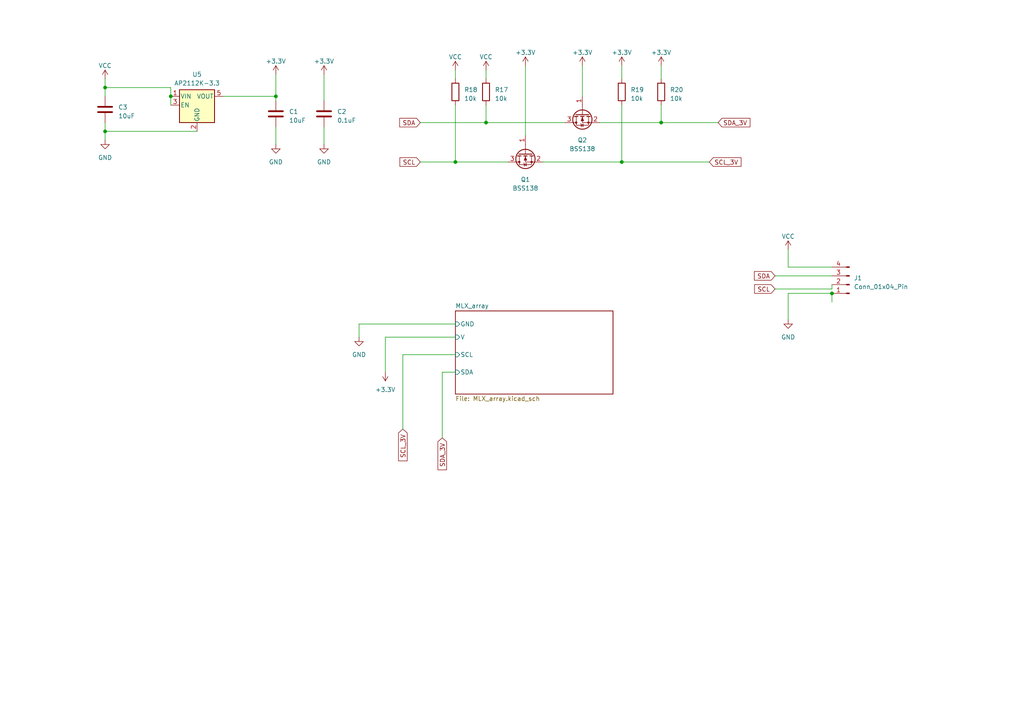
<source format=kicad_sch>
(kicad_sch (version 20230121) (generator eeschema)

  (uuid 90049901-22e3-469d-81f6-cd18efbd6063)

  (paper "A4")

  (lib_symbols
    (symbol "Connector:Conn_01x04_Pin" (pin_names (offset 1.016) hide) (in_bom yes) (on_board yes)
      (property "Reference" "J" (at 0 5.08 0)
        (effects (font (size 1.27 1.27)))
      )
      (property "Value" "Conn_01x04_Pin" (at 0 -7.62 0)
        (effects (font (size 1.27 1.27)))
      )
      (property "Footprint" "" (at 0 0 0)
        (effects (font (size 1.27 1.27)) hide)
      )
      (property "Datasheet" "~" (at 0 0 0)
        (effects (font (size 1.27 1.27)) hide)
      )
      (property "ki_locked" "" (at 0 0 0)
        (effects (font (size 1.27 1.27)))
      )
      (property "ki_keywords" "connector" (at 0 0 0)
        (effects (font (size 1.27 1.27)) hide)
      )
      (property "ki_description" "Generic connector, single row, 01x04, script generated" (at 0 0 0)
        (effects (font (size 1.27 1.27)) hide)
      )
      (property "ki_fp_filters" "Connector*:*_1x??_*" (at 0 0 0)
        (effects (font (size 1.27 1.27)) hide)
      )
      (symbol "Conn_01x04_Pin_1_1"
        (polyline
          (pts
            (xy 1.27 -5.08)
            (xy 0.8636 -5.08)
          )
          (stroke (width 0.1524) (type default))
          (fill (type none))
        )
        (polyline
          (pts
            (xy 1.27 -2.54)
            (xy 0.8636 -2.54)
          )
          (stroke (width 0.1524) (type default))
          (fill (type none))
        )
        (polyline
          (pts
            (xy 1.27 0)
            (xy 0.8636 0)
          )
          (stroke (width 0.1524) (type default))
          (fill (type none))
        )
        (polyline
          (pts
            (xy 1.27 2.54)
            (xy 0.8636 2.54)
          )
          (stroke (width 0.1524) (type default))
          (fill (type none))
        )
        (rectangle (start 0.8636 -4.953) (end 0 -5.207)
          (stroke (width 0.1524) (type default))
          (fill (type outline))
        )
        (rectangle (start 0.8636 -2.413) (end 0 -2.667)
          (stroke (width 0.1524) (type default))
          (fill (type outline))
        )
        (rectangle (start 0.8636 0.127) (end 0 -0.127)
          (stroke (width 0.1524) (type default))
          (fill (type outline))
        )
        (rectangle (start 0.8636 2.667) (end 0 2.413)
          (stroke (width 0.1524) (type default))
          (fill (type outline))
        )
        (pin passive line (at 5.08 2.54 180) (length 3.81)
          (name "Pin_1" (effects (font (size 1.27 1.27))))
          (number "1" (effects (font (size 1.27 1.27))))
        )
        (pin passive line (at 5.08 0 180) (length 3.81)
          (name "Pin_2" (effects (font (size 1.27 1.27))))
          (number "2" (effects (font (size 1.27 1.27))))
        )
        (pin passive line (at 5.08 -2.54 180) (length 3.81)
          (name "Pin_3" (effects (font (size 1.27 1.27))))
          (number "3" (effects (font (size 1.27 1.27))))
        )
        (pin passive line (at 5.08 -5.08 180) (length 3.81)
          (name "Pin_4" (effects (font (size 1.27 1.27))))
          (number "4" (effects (font (size 1.27 1.27))))
        )
      )
    )
    (symbol "Device:C" (pin_numbers hide) (pin_names (offset 0.254)) (in_bom yes) (on_board yes)
      (property "Reference" "C" (at 0.635 2.54 0)
        (effects (font (size 1.27 1.27)) (justify left))
      )
      (property "Value" "C" (at 0.635 -2.54 0)
        (effects (font (size 1.27 1.27)) (justify left))
      )
      (property "Footprint" "" (at 0.9652 -3.81 0)
        (effects (font (size 1.27 1.27)) hide)
      )
      (property "Datasheet" "~" (at 0 0 0)
        (effects (font (size 1.27 1.27)) hide)
      )
      (property "ki_keywords" "cap capacitor" (at 0 0 0)
        (effects (font (size 1.27 1.27)) hide)
      )
      (property "ki_description" "Unpolarized capacitor" (at 0 0 0)
        (effects (font (size 1.27 1.27)) hide)
      )
      (property "ki_fp_filters" "C_*" (at 0 0 0)
        (effects (font (size 1.27 1.27)) hide)
      )
      (symbol "C_0_1"
        (polyline
          (pts
            (xy -2.032 -0.762)
            (xy 2.032 -0.762)
          )
          (stroke (width 0.508) (type default))
          (fill (type none))
        )
        (polyline
          (pts
            (xy -2.032 0.762)
            (xy 2.032 0.762)
          )
          (stroke (width 0.508) (type default))
          (fill (type none))
        )
      )
      (symbol "C_1_1"
        (pin passive line (at 0 3.81 270) (length 2.794)
          (name "~" (effects (font (size 1.27 1.27))))
          (number "1" (effects (font (size 1.27 1.27))))
        )
        (pin passive line (at 0 -3.81 90) (length 2.794)
          (name "~" (effects (font (size 1.27 1.27))))
          (number "2" (effects (font (size 1.27 1.27))))
        )
      )
    )
    (symbol "Device:R" (pin_numbers hide) (pin_names (offset 0)) (in_bom yes) (on_board yes)
      (property "Reference" "R" (at 2.032 0 90)
        (effects (font (size 1.27 1.27)))
      )
      (property "Value" "R" (at 0 0 90)
        (effects (font (size 1.27 1.27)))
      )
      (property "Footprint" "" (at -1.778 0 90)
        (effects (font (size 1.27 1.27)) hide)
      )
      (property "Datasheet" "~" (at 0 0 0)
        (effects (font (size 1.27 1.27)) hide)
      )
      (property "ki_keywords" "R res resistor" (at 0 0 0)
        (effects (font (size 1.27 1.27)) hide)
      )
      (property "ki_description" "Resistor" (at 0 0 0)
        (effects (font (size 1.27 1.27)) hide)
      )
      (property "ki_fp_filters" "R_*" (at 0 0 0)
        (effects (font (size 1.27 1.27)) hide)
      )
      (symbol "R_0_1"
        (rectangle (start -1.016 -2.54) (end 1.016 2.54)
          (stroke (width 0.254) (type default))
          (fill (type none))
        )
      )
      (symbol "R_1_1"
        (pin passive line (at 0 3.81 270) (length 1.27)
          (name "~" (effects (font (size 1.27 1.27))))
          (number "1" (effects (font (size 1.27 1.27))))
        )
        (pin passive line (at 0 -3.81 90) (length 1.27)
          (name "~" (effects (font (size 1.27 1.27))))
          (number "2" (effects (font (size 1.27 1.27))))
        )
      )
    )
    (symbol "Regulator_Linear:AP2112K-3.3" (pin_names (offset 0.254)) (in_bom yes) (on_board yes)
      (property "Reference" "U" (at -5.08 5.715 0)
        (effects (font (size 1.27 1.27)) (justify left))
      )
      (property "Value" "AP2112K-3.3" (at 0 5.715 0)
        (effects (font (size 1.27 1.27)) (justify left))
      )
      (property "Footprint" "Package_TO_SOT_SMD:SOT-23-5" (at 0 8.255 0)
        (effects (font (size 1.27 1.27)) hide)
      )
      (property "Datasheet" "https://www.diodes.com/assets/Datasheets/AP2112.pdf" (at 0 2.54 0)
        (effects (font (size 1.27 1.27)) hide)
      )
      (property "ki_keywords" "linear regulator ldo fixed positive" (at 0 0 0)
        (effects (font (size 1.27 1.27)) hide)
      )
      (property "ki_description" "600mA low dropout linear regulator, with enable pin, 3.8V-6V input voltage range, 3.3V fixed positive output, SOT-23-5" (at 0 0 0)
        (effects (font (size 1.27 1.27)) hide)
      )
      (property "ki_fp_filters" "SOT?23?5*" (at 0 0 0)
        (effects (font (size 1.27 1.27)) hide)
      )
      (symbol "AP2112K-3.3_0_1"
        (rectangle (start -5.08 4.445) (end 5.08 -5.08)
          (stroke (width 0.254) (type default))
          (fill (type background))
        )
      )
      (symbol "AP2112K-3.3_1_1"
        (pin power_in line (at -7.62 2.54 0) (length 2.54)
          (name "VIN" (effects (font (size 1.27 1.27))))
          (number "1" (effects (font (size 1.27 1.27))))
        )
        (pin power_in line (at 0 -7.62 90) (length 2.54)
          (name "GND" (effects (font (size 1.27 1.27))))
          (number "2" (effects (font (size 1.27 1.27))))
        )
        (pin input line (at -7.62 0 0) (length 2.54)
          (name "EN" (effects (font (size 1.27 1.27))))
          (number "3" (effects (font (size 1.27 1.27))))
        )
        (pin no_connect line (at 5.08 0 180) (length 2.54) hide
          (name "NC" (effects (font (size 1.27 1.27))))
          (number "4" (effects (font (size 1.27 1.27))))
        )
        (pin power_out line (at 7.62 2.54 180) (length 2.54)
          (name "VOUT" (effects (font (size 1.27 1.27))))
          (number "5" (effects (font (size 1.27 1.27))))
        )
      )
    )
    (symbol "Transistor_FET:BSS138" (pin_names hide) (in_bom yes) (on_board yes)
      (property "Reference" "Q" (at 5.08 1.905 0)
        (effects (font (size 1.27 1.27)) (justify left))
      )
      (property "Value" "BSS138" (at 5.08 0 0)
        (effects (font (size 1.27 1.27)) (justify left))
      )
      (property "Footprint" "Package_TO_SOT_SMD:SOT-23" (at 5.08 -1.905 0)
        (effects (font (size 1.27 1.27) italic) (justify left) hide)
      )
      (property "Datasheet" "https://www.onsemi.com/pub/Collateral/BSS138-D.PDF" (at 0 0 0)
        (effects (font (size 1.27 1.27)) (justify left) hide)
      )
      (property "ki_keywords" "N-Channel MOSFET" (at 0 0 0)
        (effects (font (size 1.27 1.27)) hide)
      )
      (property "ki_description" "50V Vds, 0.22A Id, N-Channel MOSFET, SOT-23" (at 0 0 0)
        (effects (font (size 1.27 1.27)) hide)
      )
      (property "ki_fp_filters" "SOT?23*" (at 0 0 0)
        (effects (font (size 1.27 1.27)) hide)
      )
      (symbol "BSS138_0_1"
        (polyline
          (pts
            (xy 0.254 0)
            (xy -2.54 0)
          )
          (stroke (width 0) (type default))
          (fill (type none))
        )
        (polyline
          (pts
            (xy 0.254 1.905)
            (xy 0.254 -1.905)
          )
          (stroke (width 0.254) (type default))
          (fill (type none))
        )
        (polyline
          (pts
            (xy 0.762 -1.27)
            (xy 0.762 -2.286)
          )
          (stroke (width 0.254) (type default))
          (fill (type none))
        )
        (polyline
          (pts
            (xy 0.762 0.508)
            (xy 0.762 -0.508)
          )
          (stroke (width 0.254) (type default))
          (fill (type none))
        )
        (polyline
          (pts
            (xy 0.762 2.286)
            (xy 0.762 1.27)
          )
          (stroke (width 0.254) (type default))
          (fill (type none))
        )
        (polyline
          (pts
            (xy 2.54 2.54)
            (xy 2.54 1.778)
          )
          (stroke (width 0) (type default))
          (fill (type none))
        )
        (polyline
          (pts
            (xy 2.54 -2.54)
            (xy 2.54 0)
            (xy 0.762 0)
          )
          (stroke (width 0) (type default))
          (fill (type none))
        )
        (polyline
          (pts
            (xy 0.762 -1.778)
            (xy 3.302 -1.778)
            (xy 3.302 1.778)
            (xy 0.762 1.778)
          )
          (stroke (width 0) (type default))
          (fill (type none))
        )
        (polyline
          (pts
            (xy 1.016 0)
            (xy 2.032 0.381)
            (xy 2.032 -0.381)
            (xy 1.016 0)
          )
          (stroke (width 0) (type default))
          (fill (type outline))
        )
        (polyline
          (pts
            (xy 2.794 0.508)
            (xy 2.921 0.381)
            (xy 3.683 0.381)
            (xy 3.81 0.254)
          )
          (stroke (width 0) (type default))
          (fill (type none))
        )
        (polyline
          (pts
            (xy 3.302 0.381)
            (xy 2.921 -0.254)
            (xy 3.683 -0.254)
            (xy 3.302 0.381)
          )
          (stroke (width 0) (type default))
          (fill (type none))
        )
        (circle (center 1.651 0) (radius 2.794)
          (stroke (width 0.254) (type default))
          (fill (type none))
        )
        (circle (center 2.54 -1.778) (radius 0.254)
          (stroke (width 0) (type default))
          (fill (type outline))
        )
        (circle (center 2.54 1.778) (radius 0.254)
          (stroke (width 0) (type default))
          (fill (type outline))
        )
      )
      (symbol "BSS138_1_1"
        (pin input line (at -5.08 0 0) (length 2.54)
          (name "G" (effects (font (size 1.27 1.27))))
          (number "1" (effects (font (size 1.27 1.27))))
        )
        (pin passive line (at 2.54 -5.08 90) (length 2.54)
          (name "S" (effects (font (size 1.27 1.27))))
          (number "2" (effects (font (size 1.27 1.27))))
        )
        (pin passive line (at 2.54 5.08 270) (length 2.54)
          (name "D" (effects (font (size 1.27 1.27))))
          (number "3" (effects (font (size 1.27 1.27))))
        )
      )
    )
    (symbol "power:+3.3V" (power) (pin_names (offset 0)) (in_bom yes) (on_board yes)
      (property "Reference" "#PWR" (at 0 -3.81 0)
        (effects (font (size 1.27 1.27)) hide)
      )
      (property "Value" "+3.3V" (at 0 3.556 0)
        (effects (font (size 1.27 1.27)))
      )
      (property "Footprint" "" (at 0 0 0)
        (effects (font (size 1.27 1.27)) hide)
      )
      (property "Datasheet" "" (at 0 0 0)
        (effects (font (size 1.27 1.27)) hide)
      )
      (property "ki_keywords" "global power" (at 0 0 0)
        (effects (font (size 1.27 1.27)) hide)
      )
      (property "ki_description" "Power symbol creates a global label with name \"+3.3V\"" (at 0 0 0)
        (effects (font (size 1.27 1.27)) hide)
      )
      (symbol "+3.3V_0_1"
        (polyline
          (pts
            (xy -0.762 1.27)
            (xy 0 2.54)
          )
          (stroke (width 0) (type default))
          (fill (type none))
        )
        (polyline
          (pts
            (xy 0 0)
            (xy 0 2.54)
          )
          (stroke (width 0) (type default))
          (fill (type none))
        )
        (polyline
          (pts
            (xy 0 2.54)
            (xy 0.762 1.27)
          )
          (stroke (width 0) (type default))
          (fill (type none))
        )
      )
      (symbol "+3.3V_1_1"
        (pin power_in line (at 0 0 90) (length 0) hide
          (name "+3.3V" (effects (font (size 1.27 1.27))))
          (number "1" (effects (font (size 1.27 1.27))))
        )
      )
    )
    (symbol "power:GND" (power) (pin_names (offset 0)) (in_bom yes) (on_board yes)
      (property "Reference" "#PWR" (at 0 -6.35 0)
        (effects (font (size 1.27 1.27)) hide)
      )
      (property "Value" "GND" (at 0 -3.81 0)
        (effects (font (size 1.27 1.27)))
      )
      (property "Footprint" "" (at 0 0 0)
        (effects (font (size 1.27 1.27)) hide)
      )
      (property "Datasheet" "" (at 0 0 0)
        (effects (font (size 1.27 1.27)) hide)
      )
      (property "ki_keywords" "global power" (at 0 0 0)
        (effects (font (size 1.27 1.27)) hide)
      )
      (property "ki_description" "Power symbol creates a global label with name \"GND\" , ground" (at 0 0 0)
        (effects (font (size 1.27 1.27)) hide)
      )
      (symbol "GND_0_1"
        (polyline
          (pts
            (xy 0 0)
            (xy 0 -1.27)
            (xy 1.27 -1.27)
            (xy 0 -2.54)
            (xy -1.27 -1.27)
            (xy 0 -1.27)
          )
          (stroke (width 0) (type default))
          (fill (type none))
        )
      )
      (symbol "GND_1_1"
        (pin power_in line (at 0 0 270) (length 0) hide
          (name "GND" (effects (font (size 1.27 1.27))))
          (number "1" (effects (font (size 1.27 1.27))))
        )
      )
    )
    (symbol "power:VCC" (power) (pin_names (offset 0)) (in_bom yes) (on_board yes)
      (property "Reference" "#PWR" (at 0 -3.81 0)
        (effects (font (size 1.27 1.27)) hide)
      )
      (property "Value" "VCC" (at 0 3.81 0)
        (effects (font (size 1.27 1.27)))
      )
      (property "Footprint" "" (at 0 0 0)
        (effects (font (size 1.27 1.27)) hide)
      )
      (property "Datasheet" "" (at 0 0 0)
        (effects (font (size 1.27 1.27)) hide)
      )
      (property "ki_keywords" "global power" (at 0 0 0)
        (effects (font (size 1.27 1.27)) hide)
      )
      (property "ki_description" "Power symbol creates a global label with name \"VCC\"" (at 0 0 0)
        (effects (font (size 1.27 1.27)) hide)
      )
      (symbol "VCC_0_1"
        (polyline
          (pts
            (xy -0.762 1.27)
            (xy 0 2.54)
          )
          (stroke (width 0) (type default))
          (fill (type none))
        )
        (polyline
          (pts
            (xy 0 0)
            (xy 0 2.54)
          )
          (stroke (width 0) (type default))
          (fill (type none))
        )
        (polyline
          (pts
            (xy 0 2.54)
            (xy 0.762 1.27)
          )
          (stroke (width 0) (type default))
          (fill (type none))
        )
      )
      (symbol "VCC_1_1"
        (pin power_in line (at 0 0 90) (length 0) hide
          (name "VCC" (effects (font (size 1.27 1.27))))
          (number "1" (effects (font (size 1.27 1.27))))
        )
      )
    )
  )

  (junction (at 30.48 38.1) (diameter 0) (color 0 0 0 0)
    (uuid 0edec15d-2ffe-46d3-ba9f-c5cd0a7f1069)
  )
  (junction (at 180.34 46.99) (diameter 0) (color 0 0 0 0)
    (uuid 2f04c40d-ce01-41fb-9012-4076efb4ffc7)
  )
  (junction (at 191.77 35.56) (diameter 0) (color 0 0 0 0)
    (uuid 2f368e66-3cdc-439f-83df-1cea1cff685f)
  )
  (junction (at 140.97 35.56) (diameter 0) (color 0 0 0 0)
    (uuid 8f5ac930-1613-4971-8676-124d51a82c1a)
  )
  (junction (at 80.01 27.94) (diameter 0) (color 0 0 0 0)
    (uuid 987e4f57-3edf-4e8c-9ab9-8e7d94725dcd)
  )
  (junction (at 241.3 85.09) (diameter 0) (color 0 0 0 0)
    (uuid 9ef0586d-eafe-4626-934a-6a0269d6292b)
  )
  (junction (at 49.53 27.94) (diameter 0) (color 0 0 0 0)
    (uuid e0b14f15-13e1-4d63-a0e3-bbf53625f687)
  )
  (junction (at 132.08 46.99) (diameter 0) (color 0 0 0 0)
    (uuid ef662917-b5dc-45af-a165-70fbde508cbc)
  )
  (junction (at 30.48 25.4) (diameter 0) (color 0 0 0 0)
    (uuid f076d856-469c-4b5f-968c-9912f7ed5d4e)
  )

  (wire (pts (xy 30.48 38.1) (xy 30.48 40.64))
    (stroke (width 0) (type default))
    (uuid 0427c149-c6e3-4813-9926-2f141b9ab3b5)
  )
  (wire (pts (xy 80.01 21.59) (xy 80.01 27.94))
    (stroke (width 0) (type default))
    (uuid 19b40c8c-1427-4f30-8ddf-24b1ef24a0c2)
  )
  (wire (pts (xy 180.34 30.48) (xy 180.34 46.99))
    (stroke (width 0) (type default))
    (uuid 1c84a5a6-04d9-4b12-aef7-dd3ed4d43168)
  )
  (wire (pts (xy 191.77 30.48) (xy 191.77 35.56))
    (stroke (width 0) (type default))
    (uuid 285aa895-9fa2-4043-bc1e-6ef418112a77)
  )
  (wire (pts (xy 140.97 20.32) (xy 140.97 22.86))
    (stroke (width 0) (type default))
    (uuid 2c0788e1-e44a-49a3-8650-dfa721bea5f4)
  )
  (wire (pts (xy 140.97 35.56) (xy 140.97 30.48))
    (stroke (width 0) (type default))
    (uuid 318bb097-0164-4628-937b-f8cad477b220)
  )
  (wire (pts (xy 128.27 107.95) (xy 128.27 127))
    (stroke (width 0) (type default))
    (uuid 326a269a-8b30-4f1e-a8e9-1fc0915ea90c)
  )
  (wire (pts (xy 30.48 35.56) (xy 30.48 38.1))
    (stroke (width 0) (type default))
    (uuid 33e9ce71-a61d-4a42-b33b-d08ab6e1b2d2)
  )
  (wire (pts (xy 241.3 85.09) (xy 241.3 87.63))
    (stroke (width 0) (type default))
    (uuid 34df8d8e-c5d2-4038-9631-b1f877587674)
  )
  (wire (pts (xy 228.6 77.47) (xy 241.3 77.47))
    (stroke (width 0) (type default))
    (uuid 3e444c11-6d2e-4fd8-a466-5abef5372747)
  )
  (wire (pts (xy 180.34 19.05) (xy 180.34 22.86))
    (stroke (width 0) (type default))
    (uuid 4c78c51d-8d21-4fb9-9a93-01016d4b0379)
  )
  (wire (pts (xy 132.08 20.32) (xy 132.08 22.86))
    (stroke (width 0) (type default))
    (uuid 4dd0f066-2f6a-415d-996d-84a073501526)
  )
  (wire (pts (xy 191.77 35.56) (xy 208.28 35.56))
    (stroke (width 0) (type default))
    (uuid 521c3c35-6d41-4238-b985-7f7d8f431aa1)
  )
  (wire (pts (xy 49.53 25.4) (xy 49.53 27.94))
    (stroke (width 0) (type default))
    (uuid 53facd6b-5056-469b-9e57-556ae70c3080)
  )
  (wire (pts (xy 241.3 82.55) (xy 241.3 83.82))
    (stroke (width 0) (type default))
    (uuid 5e9ce79b-9619-465d-995d-bf277f5c4dc5)
  )
  (wire (pts (xy 191.77 19.05) (xy 191.77 22.86))
    (stroke (width 0) (type default))
    (uuid 651da85f-b4c6-4197-8307-ab704649b0e6)
  )
  (wire (pts (xy 64.77 27.94) (xy 80.01 27.94))
    (stroke (width 0) (type default))
    (uuid 6a55e4af-5fdd-4412-98eb-dcbc2ce9d281)
  )
  (wire (pts (xy 30.48 25.4) (xy 49.53 25.4))
    (stroke (width 0) (type default))
    (uuid 6b8492c7-e7a8-449a-acd4-5e5a93899c5c)
  )
  (wire (pts (xy 228.6 72.39) (xy 228.6 77.47))
    (stroke (width 0) (type default))
    (uuid 6bc9cc49-fee1-4283-ad57-af7cce7a5c2c)
  )
  (wire (pts (xy 30.48 38.1) (xy 57.15 38.1))
    (stroke (width 0) (type default))
    (uuid 6bed3306-3095-4181-9277-5c92c734c10f)
  )
  (wire (pts (xy 30.48 25.4) (xy 30.48 27.94))
    (stroke (width 0) (type default))
    (uuid 6fb68b1e-b02d-4256-add2-5aef5995d3a1)
  )
  (wire (pts (xy 132.08 97.79) (xy 111.76 97.79))
    (stroke (width 0) (type default))
    (uuid 7024155f-76f4-4041-9735-b00c51ca4f1c)
  )
  (wire (pts (xy 224.79 83.82) (xy 241.3 83.82))
    (stroke (width 0) (type default))
    (uuid 7228963c-3c6c-45df-b4a5-7200a48fc516)
  )
  (wire (pts (xy 116.84 102.87) (xy 116.84 124.46))
    (stroke (width 0) (type default))
    (uuid 74c0a02f-1456-450d-aa94-63fc25fa9fa7)
  )
  (wire (pts (xy 132.08 93.98) (xy 104.14 93.98))
    (stroke (width 0) (type default))
    (uuid 7aa1a195-9425-47dc-a99b-da46c0e53d0f)
  )
  (wire (pts (xy 132.08 102.87) (xy 116.84 102.87))
    (stroke (width 0) (type default))
    (uuid 7bdbd03e-9335-4b6e-bd5b-dd3d7747607b)
  )
  (wire (pts (xy 111.76 97.79) (xy 111.76 107.95))
    (stroke (width 0) (type default))
    (uuid 7d51eaba-4f1b-48a3-b924-28326255810f)
  )
  (wire (pts (xy 180.34 46.99) (xy 205.74 46.99))
    (stroke (width 0) (type default))
    (uuid 8237cee7-19a9-4142-a081-8420981100f9)
  )
  (wire (pts (xy 80.01 36.83) (xy 80.01 41.91))
    (stroke (width 0) (type default))
    (uuid 83572fab-76af-426b-b71d-ab349bd8d1ad)
  )
  (wire (pts (xy 163.83 35.56) (xy 140.97 35.56))
    (stroke (width 0) (type default))
    (uuid 8e42ff59-6b22-428c-8a00-eab0efa9a914)
  )
  (wire (pts (xy 224.79 80.01) (xy 241.3 80.01))
    (stroke (width 0) (type default))
    (uuid 99fb3080-5125-4146-9ae7-2a860dfd5923)
  )
  (wire (pts (xy 132.08 46.99) (xy 132.08 30.48))
    (stroke (width 0) (type default))
    (uuid a3a44c48-f322-4c8f-8a32-dd32512a456b)
  )
  (wire (pts (xy 191.77 35.56) (xy 173.99 35.56))
    (stroke (width 0) (type default))
    (uuid a5374d79-ce3e-4679-98d4-fbb096488347)
  )
  (wire (pts (xy 168.91 19.05) (xy 168.91 27.94))
    (stroke (width 0) (type default))
    (uuid a7cd3a57-ac5e-44b2-bd0e-3eeeb1278eda)
  )
  (wire (pts (xy 49.53 27.94) (xy 49.53 30.48))
    (stroke (width 0) (type default))
    (uuid b1409f25-aa7b-4732-bbce-15f8af8e1bd8)
  )
  (wire (pts (xy 80.01 27.94) (xy 80.01 29.21))
    (stroke (width 0) (type default))
    (uuid b1bcd79e-6980-4514-b8f6-e81d6cd9812f)
  )
  (wire (pts (xy 228.6 85.09) (xy 228.6 92.71))
    (stroke (width 0) (type default))
    (uuid b77616fe-c09f-4faa-b377-8ed3d75a88de)
  )
  (wire (pts (xy 30.48 22.86) (xy 30.48 25.4))
    (stroke (width 0) (type default))
    (uuid bfa83513-7fd4-4fba-b34a-b0bb0b453a0e)
  )
  (wire (pts (xy 241.3 85.09) (xy 228.6 85.09))
    (stroke (width 0) (type default))
    (uuid c40ca7d6-77fc-41ad-811b-703a883a7887)
  )
  (wire (pts (xy 93.98 36.83) (xy 93.98 41.91))
    (stroke (width 0) (type default))
    (uuid c436690b-5936-45d5-9d19-af989c8f6f9f)
  )
  (wire (pts (xy 121.92 46.99) (xy 132.08 46.99))
    (stroke (width 0) (type default))
    (uuid c82ac471-7ea0-4f6b-ad7c-17ccd9dc2c84)
  )
  (wire (pts (xy 147.32 46.99) (xy 132.08 46.99))
    (stroke (width 0) (type default))
    (uuid cce99a7e-b5a0-4f8a-9e5b-f6f8fb9fb1af)
  )
  (wire (pts (xy 132.08 107.95) (xy 128.27 107.95))
    (stroke (width 0) (type default))
    (uuid d13f99f9-7442-4710-be6b-942327484847)
  )
  (wire (pts (xy 152.4 19.05) (xy 152.4 39.37))
    (stroke (width 0) (type default))
    (uuid e13b09f6-9b43-499d-997e-a0d5c1d77148)
  )
  (wire (pts (xy 93.98 21.59) (xy 93.98 29.21))
    (stroke (width 0) (type default))
    (uuid e7d7dc35-ec40-4ef9-94ef-fc539045f7f2)
  )
  (wire (pts (xy 121.92 35.56) (xy 140.97 35.56))
    (stroke (width 0) (type default))
    (uuid f12b12cb-7884-4218-908a-d50b3cc7987b)
  )
  (wire (pts (xy 104.14 93.98) (xy 104.14 97.79))
    (stroke (width 0) (type default))
    (uuid f69a4528-15ec-4120-b6ca-a01f22069277)
  )
  (wire (pts (xy 180.34 46.99) (xy 157.48 46.99))
    (stroke (width 0) (type default))
    (uuid febdfa63-1760-4ce5-86e7-b152758f22b3)
  )

  (global_label "SDA_3V" (shape input) (at 128.27 127 270) (fields_autoplaced)
    (effects (font (size 1.27 1.27)) (justify right))
    (uuid 01ac38ce-710d-4f5c-8f53-96d20643260a)
    (property "Intersheetrefs" "${INTERSHEET_REFS}" (at 128.27 136.7396 90)
      (effects (font (size 1.27 1.27)) (justify right) hide)
    )
  )
  (global_label "SCL" (shape input) (at 224.79 83.82 180) (fields_autoplaced)
    (effects (font (size 1.27 1.27)) (justify right))
    (uuid 0955ae6c-6cb1-42fa-9e0d-465e28853bf5)
    (property "Intersheetrefs" "${INTERSHEET_REFS}" (at 218.3766 83.82 0)
      (effects (font (size 1.27 1.27)) (justify right) hide)
    )
  )
  (global_label "SCL_3V" (shape input) (at 116.84 124.46 270) (fields_autoplaced)
    (effects (font (size 1.27 1.27)) (justify right))
    (uuid 497185e8-25a0-470d-8bcb-007cc765395e)
    (property "Intersheetrefs" "${INTERSHEET_REFS}" (at 116.84 134.1391 90)
      (effects (font (size 1.27 1.27)) (justify right) hide)
    )
  )
  (global_label "SCL" (shape input) (at 121.92 46.99 180) (fields_autoplaced)
    (effects (font (size 1.27 1.27)) (justify right))
    (uuid 6544a2c4-2ccf-4fc5-871d-b0bef7b744e8)
    (property "Intersheetrefs" "${INTERSHEET_REFS}" (at 115.5066 46.99 0)
      (effects (font (size 1.27 1.27)) (justify right) hide)
    )
  )
  (global_label "SDA" (shape input) (at 224.79 80.01 180) (fields_autoplaced)
    (effects (font (size 1.27 1.27)) (justify right))
    (uuid 9988dcb2-f04a-453d-be25-db2606e127b8)
    (property "Intersheetrefs" "${INTERSHEET_REFS}" (at 218.3161 80.01 0)
      (effects (font (size 1.27 1.27)) (justify right) hide)
    )
  )
  (global_label "SDA_3V" (shape input) (at 208.28 35.56 0) (fields_autoplaced)
    (effects (font (size 1.27 1.27)) (justify left))
    (uuid b2eb78df-0724-4355-a2ce-edfb704c863d)
    (property "Intersheetrefs" "${INTERSHEET_REFS}" (at 218.0196 35.56 0)
      (effects (font (size 1.27 1.27)) (justify left) hide)
    )
  )
  (global_label "SDA" (shape input) (at 121.92 35.56 180) (fields_autoplaced)
    (effects (font (size 1.27 1.27)) (justify right))
    (uuid ca554e48-7203-4c91-bf28-bdbeb28563dc)
    (property "Intersheetrefs" "${INTERSHEET_REFS}" (at 115.4461 35.56 0)
      (effects (font (size 1.27 1.27)) (justify right) hide)
    )
  )
  (global_label "SCL_3V" (shape input) (at 205.74 46.99 0) (fields_autoplaced)
    (effects (font (size 1.27 1.27)) (justify left))
    (uuid fbfff7c4-b4ce-4932-a1a3-85866ef59ab1)
    (property "Intersheetrefs" "${INTERSHEET_REFS}" (at 215.4191 46.99 0)
      (effects (font (size 1.27 1.27)) (justify left) hide)
    )
  )

  (symbol (lib_id "power:+3.3V") (at 80.01 21.59 0) (unit 1)
    (in_bom yes) (on_board yes) (dnp no) (fields_autoplaced)
    (uuid 03b3226e-3642-4c06-93e4-8f0ea3afcff1)
    (property "Reference" "#PWR015" (at 80.01 25.4 0)
      (effects (font (size 1.27 1.27)) hide)
    )
    (property "Value" "+3.3V" (at 80.01 17.78 0)
      (effects (font (size 1.27 1.27)))
    )
    (property "Footprint" "" (at 80.01 21.59 0)
      (effects (font (size 1.27 1.27)) hide)
    )
    (property "Datasheet" "" (at 80.01 21.59 0)
      (effects (font (size 1.27 1.27)) hide)
    )
    (pin "1" (uuid f3560a8f-f039-4023-95a4-949b6c4f491d))
    (instances
      (project "MLX90393_board"
        (path "/90049901-22e3-469d-81f6-cd18efbd6063"
          (reference "#PWR015") (unit 1)
        )
      )
    )
  )

  (symbol (lib_id "power:+3.3V") (at 111.76 107.95 180) (unit 1)
    (in_bom yes) (on_board yes) (dnp no) (fields_autoplaced)
    (uuid 05da6e08-645b-42ea-9186-5587460db4f6)
    (property "Reference" "#PWR09" (at 111.76 104.14 0)
      (effects (font (size 1.27 1.27)) hide)
    )
    (property "Value" "+3.3V" (at 111.76 113.03 0)
      (effects (font (size 1.27 1.27)))
    )
    (property "Footprint" "" (at 111.76 107.95 0)
      (effects (font (size 1.27 1.27)) hide)
    )
    (property "Datasheet" "" (at 111.76 107.95 0)
      (effects (font (size 1.27 1.27)) hide)
    )
    (pin "1" (uuid c54e6ebf-8515-4400-b333-387add0f6783))
    (instances
      (project "MLX90393_board"
        (path "/90049901-22e3-469d-81f6-cd18efbd6063"
          (reference "#PWR09") (unit 1)
        )
      )
    )
  )

  (symbol (lib_id "Device:R") (at 180.34 26.67 0) (unit 1)
    (in_bom yes) (on_board yes) (dnp no) (fields_autoplaced)
    (uuid 08525489-8881-4d0e-8d93-356eb9f5f0b0)
    (property "Reference" "R19" (at 182.88 26.035 0)
      (effects (font (size 1.27 1.27)) (justify left))
    )
    (property "Value" "10k" (at 182.88 28.575 0)
      (effects (font (size 1.27 1.27)) (justify left))
    )
    (property "Footprint" "Resistor_SMD:R_0603_1608Metric" (at 178.562 26.67 90)
      (effects (font (size 1.27 1.27)) hide)
    )
    (property "Datasheet" "~" (at 180.34 26.67 0)
      (effects (font (size 1.27 1.27)) hide)
    )
    (property "LCSC" "C15401" (at 182.88 26.035 0)
      (effects (font (size 1.27 1.27)) hide)
    )
    (pin "1" (uuid 3bc25b9a-1a20-4310-82af-a826a2bbdc34))
    (pin "2" (uuid a8302292-88dc-448e-96fb-478265193975))
    (instances
      (project "MLX90393_board"
        (path "/90049901-22e3-469d-81f6-cd18efbd6063"
          (reference "R19") (unit 1)
        )
      )
    )
  )

  (symbol (lib_id "power:+3.3V") (at 152.4 19.05 0) (unit 1)
    (in_bom yes) (on_board yes) (dnp no) (fields_autoplaced)
    (uuid 0a6b1593-9771-469b-a8a5-255d0410b334)
    (property "Reference" "#PWR028" (at 152.4 22.86 0)
      (effects (font (size 1.27 1.27)) hide)
    )
    (property "Value" "+3.3V" (at 152.4 15.24 0)
      (effects (font (size 1.27 1.27)))
    )
    (property "Footprint" "" (at 152.4 19.05 0)
      (effects (font (size 1.27 1.27)) hide)
    )
    (property "Datasheet" "" (at 152.4 19.05 0)
      (effects (font (size 1.27 1.27)) hide)
    )
    (pin "1" (uuid 20de4c27-847d-4935-b622-bd1f10218a23))
    (instances
      (project "MLX90393_board"
        (path "/90049901-22e3-469d-81f6-cd18efbd6063"
          (reference "#PWR028") (unit 1)
        )
      )
    )
  )

  (symbol (lib_id "Device:R") (at 132.08 26.67 0) (unit 1)
    (in_bom yes) (on_board yes) (dnp no) (fields_autoplaced)
    (uuid 1c5a4398-9e80-4feb-8147-a1a0009d8b9f)
    (property "Reference" "R18" (at 134.62 26.035 0)
      (effects (font (size 1.27 1.27)) (justify left))
    )
    (property "Value" "10k" (at 134.62 28.575 0)
      (effects (font (size 1.27 1.27)) (justify left))
    )
    (property "Footprint" "Resistor_SMD:R_0603_1608Metric" (at 130.302 26.67 90)
      (effects (font (size 1.27 1.27)) hide)
    )
    (property "Datasheet" "~" (at 132.08 26.67 0)
      (effects (font (size 1.27 1.27)) hide)
    )
    (property "LCSC" "C15401" (at 134.62 26.035 0)
      (effects (font (size 1.27 1.27)) hide)
    )
    (pin "1" (uuid d807faed-6135-47f0-8eaa-a5e17fe152e1))
    (pin "2" (uuid 9742f50f-3dcf-4b8e-9be6-098dd80ac9cd))
    (instances
      (project "MLX90393_board"
        (path "/90049901-22e3-469d-81f6-cd18efbd6063"
          (reference "R18") (unit 1)
        )
      )
    )
  )

  (symbol (lib_id "power:GND") (at 228.6 92.71 0) (unit 1)
    (in_bom yes) (on_board yes) (dnp no) (fields_autoplaced)
    (uuid 1d8ec3b2-57b2-48f6-b320-5ac844ae1faa)
    (property "Reference" "#PWR033" (at 228.6 99.06 0)
      (effects (font (size 1.27 1.27)) hide)
    )
    (property "Value" "GND" (at 228.6 97.79 0)
      (effects (font (size 1.27 1.27)))
    )
    (property "Footprint" "" (at 228.6 92.71 0)
      (effects (font (size 1.27 1.27)) hide)
    )
    (property "Datasheet" "" (at 228.6 92.71 0)
      (effects (font (size 1.27 1.27)) hide)
    )
    (pin "1" (uuid e494ada2-22ae-4b20-a2eb-a0f4bf476c36))
    (instances
      (project "MLX90393_board"
        (path "/90049901-22e3-469d-81f6-cd18efbd6063"
          (reference "#PWR033") (unit 1)
        )
        (path "/90049901-22e3-469d-81f6-cd18efbd6063/657d86a8-0a21-443f-b57e-01d5d7fed220"
          (reference "#PWR03") (unit 1)
        )
      )
    )
  )

  (symbol (lib_id "power:GND") (at 80.01 41.91 0) (unit 1)
    (in_bom yes) (on_board yes) (dnp no) (fields_autoplaced)
    (uuid 2f405222-779f-4d00-9315-23e6c9c695b2)
    (property "Reference" "#PWR022" (at 80.01 48.26 0)
      (effects (font (size 1.27 1.27)) hide)
    )
    (property "Value" "GND" (at 80.01 46.99 0)
      (effects (font (size 1.27 1.27)))
    )
    (property "Footprint" "" (at 80.01 41.91 0)
      (effects (font (size 1.27 1.27)) hide)
    )
    (property "Datasheet" "" (at 80.01 41.91 0)
      (effects (font (size 1.27 1.27)) hide)
    )
    (pin "1" (uuid 3fafdb98-cff9-435b-94fe-61720417a66f))
    (instances
      (project "MLX90393_board"
        (path "/90049901-22e3-469d-81f6-cd18efbd6063"
          (reference "#PWR022") (unit 1)
        )
        (path "/90049901-22e3-469d-81f6-cd18efbd6063/657d86a8-0a21-443f-b57e-01d5d7fed220"
          (reference "#PWR03") (unit 1)
        )
      )
    )
  )

  (symbol (lib_id "power:+3.3V") (at 168.91 19.05 0) (unit 1)
    (in_bom yes) (on_board yes) (dnp no) (fields_autoplaced)
    (uuid 317b5ca0-3e7c-43f6-badf-82d3a4210bcf)
    (property "Reference" "#PWR029" (at 168.91 22.86 0)
      (effects (font (size 1.27 1.27)) hide)
    )
    (property "Value" "+3.3V" (at 168.91 15.24 0)
      (effects (font (size 1.27 1.27)))
    )
    (property "Footprint" "" (at 168.91 19.05 0)
      (effects (font (size 1.27 1.27)) hide)
    )
    (property "Datasheet" "" (at 168.91 19.05 0)
      (effects (font (size 1.27 1.27)) hide)
    )
    (pin "1" (uuid b9e74cdd-9e5b-4ae7-9b67-09a687aaf15f))
    (instances
      (project "MLX90393_board"
        (path "/90049901-22e3-469d-81f6-cd18efbd6063"
          (reference "#PWR029") (unit 1)
        )
      )
    )
  )

  (symbol (lib_id "power:+3.3V") (at 191.77 19.05 0) (unit 1)
    (in_bom yes) (on_board yes) (dnp no) (fields_autoplaced)
    (uuid 3e5e8152-d6c1-429d-a803-53fc58d6d5a2)
    (property "Reference" "#PWR031" (at 191.77 22.86 0)
      (effects (font (size 1.27 1.27)) hide)
    )
    (property "Value" "+3.3V" (at 191.77 15.24 0)
      (effects (font (size 1.27 1.27)))
    )
    (property "Footprint" "" (at 191.77 19.05 0)
      (effects (font (size 1.27 1.27)) hide)
    )
    (property "Datasheet" "" (at 191.77 19.05 0)
      (effects (font (size 1.27 1.27)) hide)
    )
    (pin "1" (uuid 12515ad3-98a4-44fc-93b8-99139edf1cca))
    (instances
      (project "MLX90393_board"
        (path "/90049901-22e3-469d-81f6-cd18efbd6063"
          (reference "#PWR031") (unit 1)
        )
      )
    )
  )

  (symbol (lib_id "power:VCC") (at 140.97 20.32 0) (unit 1)
    (in_bom yes) (on_board yes) (dnp no) (fields_autoplaced)
    (uuid 4c9ae4b8-9236-4b5a-a7c7-e0422b9a3386)
    (property "Reference" "#PWR027" (at 140.97 24.13 0)
      (effects (font (size 1.27 1.27)) hide)
    )
    (property "Value" "VCC" (at 140.97 16.51 0)
      (effects (font (size 1.27 1.27)))
    )
    (property "Footprint" "" (at 140.97 20.32 0)
      (effects (font (size 1.27 1.27)) hide)
    )
    (property "Datasheet" "" (at 140.97 20.32 0)
      (effects (font (size 1.27 1.27)) hide)
    )
    (pin "1" (uuid d37a143c-6a78-489a-ad66-7f19e3d6d1cb))
    (instances
      (project "MLX90393_board"
        (path "/90049901-22e3-469d-81f6-cd18efbd6063"
          (reference "#PWR027") (unit 1)
        )
      )
    )
  )

  (symbol (lib_id "Transistor_FET:BSS138") (at 168.91 33.02 90) (mirror x) (unit 1)
    (in_bom yes) (on_board yes) (dnp no)
    (uuid 530e294a-ff56-49f7-b497-19f31bcb3f8b)
    (property "Reference" "Q2" (at 168.91 40.64 90)
      (effects (font (size 1.27 1.27)))
    )
    (property "Value" "BSS138" (at 168.91 43.18 90)
      (effects (font (size 1.27 1.27)))
    )
    (property "Footprint" "Package_TO_SOT_SMD:SOT-23" (at 170.815 38.1 0)
      (effects (font (size 1.27 1.27) italic) (justify left) hide)
    )
    (property "Datasheet" "https://www.onsemi.com/pub/Collateral/BSS138-D.PDF" (at 168.91 33.02 0)
      (effects (font (size 1.27 1.27)) (justify left) hide)
    )
    (property "LCSC" "C75547" (at 168.91 40.64 0)
      (effects (font (size 1.27 1.27)) hide)
    )
    (pin "1" (uuid edec9dd1-ccd2-4f0f-a498-3ce8e28fcc3f))
    (pin "2" (uuid 66c5facc-9821-4f2d-a276-c6a591e89812))
    (pin "3" (uuid c370e14e-1955-46e8-abb4-98d5f99bc58c))
    (instances
      (project "MLX90393_board"
        (path "/90049901-22e3-469d-81f6-cd18efbd6063"
          (reference "Q2") (unit 1)
        )
      )
    )
  )

  (symbol (lib_id "Device:C") (at 93.98 33.02 0) (unit 1)
    (in_bom yes) (on_board yes) (dnp no) (fields_autoplaced)
    (uuid 59f13bd7-d7cd-4a9d-89c7-b7fd98741b1e)
    (property "Reference" "C2" (at 97.79 32.385 0)
      (effects (font (size 1.27 1.27)) (justify left))
    )
    (property "Value" "0.1uF" (at 97.79 34.925 0)
      (effects (font (size 1.27 1.27)) (justify left))
    )
    (property "Footprint" "Capacitor_SMD:C_0603_1608Metric" (at 94.9452 36.83 0)
      (effects (font (size 1.27 1.27)) hide)
    )
    (property "Datasheet" "~" (at 93.98 33.02 0)
      (effects (font (size 1.27 1.27)) hide)
    )
    (property "LCSC" "C1590" (at 97.79 32.385 0)
      (effects (font (size 1.27 1.27)) hide)
    )
    (pin "1" (uuid 0f9851e0-b4ea-4831-a6e3-6539b0e4b0ae))
    (pin "2" (uuid 407bd083-a298-47af-ae2a-e6e08aa44fce))
    (instances
      (project "MLX90393_board"
        (path "/90049901-22e3-469d-81f6-cd18efbd6063"
          (reference "C2") (unit 1)
        )
      )
    )
  )

  (symbol (lib_id "Connector:Conn_01x04_Pin") (at 246.38 82.55 180) (unit 1)
    (in_bom yes) (on_board yes) (dnp no) (fields_autoplaced)
    (uuid 7c7044ae-e965-4b54-bb16-1e4eebe4704a)
    (property "Reference" "J1" (at 247.65 80.645 0)
      (effects (font (size 1.27 1.27)) (justify right))
    )
    (property "Value" "Conn_01x04_Pin" (at 247.65 83.185 0)
      (effects (font (size 1.27 1.27)) (justify right))
    )
    (property "Footprint" "Connector_PinHeader_2.54mm:PinHeader_1x04_P2.54mm_Vertical_SMD_Pin1Right" (at 246.38 82.55 0)
      (effects (font (size 1.27 1.27)) hide)
    )
    (property "Datasheet" "~" (at 246.38 82.55 0)
      (effects (font (size 1.27 1.27)) hide)
    )
    (property "LCSC" "C5160787" (at 247.65 80.645 0)
      (effects (font (size 1.27 1.27)) hide)
    )
    (pin "1" (uuid a8044bd5-b8f5-4dcb-abb9-a0cbfcb99bd4))
    (pin "2" (uuid f1300e47-fb28-4fa6-a43f-244d76e10029))
    (pin "3" (uuid be5ced99-fed3-4fbb-bada-74ebb79954f2))
    (pin "4" (uuid 9e5379b8-021f-4394-b4c4-f023ae96ea59))
    (instances
      (project "MLX90393_board"
        (path "/90049901-22e3-469d-81f6-cd18efbd6063"
          (reference "J1") (unit 1)
        )
      )
    )
  )

  (symbol (lib_id "power:GND") (at 93.98 41.91 0) (unit 1)
    (in_bom yes) (on_board yes) (dnp no) (fields_autoplaced)
    (uuid 7e455a25-97b8-4307-a900-008ccac42ce0)
    (property "Reference" "#PWR025" (at 93.98 48.26 0)
      (effects (font (size 1.27 1.27)) hide)
    )
    (property "Value" "GND" (at 93.98 46.99 0)
      (effects (font (size 1.27 1.27)))
    )
    (property "Footprint" "" (at 93.98 41.91 0)
      (effects (font (size 1.27 1.27)) hide)
    )
    (property "Datasheet" "" (at 93.98 41.91 0)
      (effects (font (size 1.27 1.27)) hide)
    )
    (pin "1" (uuid d82d53fa-3a36-4552-8156-493efb5a699e))
    (instances
      (project "MLX90393_board"
        (path "/90049901-22e3-469d-81f6-cd18efbd6063"
          (reference "#PWR025") (unit 1)
        )
        (path "/90049901-22e3-469d-81f6-cd18efbd6063/657d86a8-0a21-443f-b57e-01d5d7fed220"
          (reference "#PWR03") (unit 1)
        )
      )
    )
  )

  (symbol (lib_id "Device:C") (at 80.01 33.02 0) (unit 1)
    (in_bom yes) (on_board yes) (dnp no) (fields_autoplaced)
    (uuid 88b48094-9502-4e40-97ff-7ef0654d40ff)
    (property "Reference" "C1" (at 83.82 32.385 0)
      (effects (font (size 1.27 1.27)) (justify left))
    )
    (property "Value" "10uF" (at 83.82 34.925 0)
      (effects (font (size 1.27 1.27)) (justify left))
    )
    (property "Footprint" "Capacitor_SMD:C_0603_1608Metric" (at 80.9752 36.83 0)
      (effects (font (size 1.27 1.27)) hide)
    )
    (property "Datasheet" "~" (at 80.01 33.02 0)
      (effects (font (size 1.27 1.27)) hide)
    )
    (property "LCSC" "C34696" (at 83.82 32.385 0)
      (effects (font (size 1.27 1.27)) hide)
    )
    (pin "1" (uuid 2002fac4-57b3-4a7e-bf47-2aa83eaec920))
    (pin "2" (uuid 86a1520d-2671-4769-b11f-f260442cbf19))
    (instances
      (project "MLX90393_board"
        (path "/90049901-22e3-469d-81f6-cd18efbd6063"
          (reference "C1") (unit 1)
        )
      )
    )
  )

  (symbol (lib_id "power:VCC") (at 228.6 72.39 0) (unit 1)
    (in_bom yes) (on_board yes) (dnp no) (fields_autoplaced)
    (uuid 95969a80-1f93-4e1c-be2f-81d26534ccfb)
    (property "Reference" "#PWR032" (at 228.6 76.2 0)
      (effects (font (size 1.27 1.27)) hide)
    )
    (property "Value" "VCC" (at 228.6 68.58 0)
      (effects (font (size 1.27 1.27)))
    )
    (property "Footprint" "" (at 228.6 72.39 0)
      (effects (font (size 1.27 1.27)) hide)
    )
    (property "Datasheet" "" (at 228.6 72.39 0)
      (effects (font (size 1.27 1.27)) hide)
    )
    (pin "1" (uuid d5d73836-3026-4930-bf85-f39e3a40b905))
    (instances
      (project "MLX90393_board"
        (path "/90049901-22e3-469d-81f6-cd18efbd6063"
          (reference "#PWR032") (unit 1)
        )
      )
    )
  )

  (symbol (lib_id "power:GND") (at 104.14 97.79 0) (unit 1)
    (in_bom yes) (on_board yes) (dnp no) (fields_autoplaced)
    (uuid a856038b-24ca-4c65-8b57-8fe49687a235)
    (property "Reference" "#PWR06" (at 104.14 104.14 0)
      (effects (font (size 1.27 1.27)) hide)
    )
    (property "Value" "GND" (at 104.14 102.87 0)
      (effects (font (size 1.27 1.27)))
    )
    (property "Footprint" "" (at 104.14 97.79 0)
      (effects (font (size 1.27 1.27)) hide)
    )
    (property "Datasheet" "" (at 104.14 97.79 0)
      (effects (font (size 1.27 1.27)) hide)
    )
    (pin "1" (uuid fdc0cbb7-1128-4825-ab91-f0e4f2f401e1))
    (instances
      (project "MLX90393_board"
        (path "/90049901-22e3-469d-81f6-cd18efbd6063"
          (reference "#PWR06") (unit 1)
        )
        (path "/90049901-22e3-469d-81f6-cd18efbd6063/657d86a8-0a21-443f-b57e-01d5d7fed220"
          (reference "#PWR03") (unit 1)
        )
      )
    )
  )

  (symbol (lib_id "Device:R") (at 191.77 26.67 0) (unit 1)
    (in_bom yes) (on_board yes) (dnp no) (fields_autoplaced)
    (uuid aa0e9f11-3cd5-4942-a2ba-0840775a14f0)
    (property "Reference" "R20" (at 194.31 26.035 0)
      (effects (font (size 1.27 1.27)) (justify left))
    )
    (property "Value" "10k" (at 194.31 28.575 0)
      (effects (font (size 1.27 1.27)) (justify left))
    )
    (property "Footprint" "Resistor_SMD:R_0603_1608Metric" (at 189.992 26.67 90)
      (effects (font (size 1.27 1.27)) hide)
    )
    (property "Datasheet" "~" (at 191.77 26.67 0)
      (effects (font (size 1.27 1.27)) hide)
    )
    (property "LCSC" "C15401" (at 194.31 26.035 0)
      (effects (font (size 1.27 1.27)) hide)
    )
    (pin "1" (uuid 1cf437cb-39e4-431a-941c-ea512c961230))
    (pin "2" (uuid 508614bb-9322-4875-9984-b6ad19463ff4))
    (instances
      (project "MLX90393_board"
        (path "/90049901-22e3-469d-81f6-cd18efbd6063"
          (reference "R20") (unit 1)
        )
      )
    )
  )

  (symbol (lib_id "Device:R") (at 140.97 26.67 0) (unit 1)
    (in_bom yes) (on_board yes) (dnp no) (fields_autoplaced)
    (uuid b4e1e5c2-c19c-492a-a39b-13af6cb5a06b)
    (property "Reference" "R17" (at 143.51 26.035 0)
      (effects (font (size 1.27 1.27)) (justify left))
    )
    (property "Value" "10k" (at 143.51 28.575 0)
      (effects (font (size 1.27 1.27)) (justify left))
    )
    (property "Footprint" "Resistor_SMD:R_0603_1608Metric" (at 139.192 26.67 90)
      (effects (font (size 1.27 1.27)) hide)
    )
    (property "Datasheet" "~" (at 140.97 26.67 0)
      (effects (font (size 1.27 1.27)) hide)
    )
    (property "LCSC" "C15401" (at 143.51 26.035 0)
      (effects (font (size 1.27 1.27)) hide)
    )
    (pin "1" (uuid d024d8e3-8962-4fbe-a0bc-d91016b4f5a7))
    (pin "2" (uuid 9c24a90b-c4f2-493a-9149-bf9985b7fc36))
    (instances
      (project "MLX90393_board"
        (path "/90049901-22e3-469d-81f6-cd18efbd6063"
          (reference "R17") (unit 1)
        )
      )
    )
  )

  (symbol (lib_id "power:VCC") (at 132.08 20.32 0) (unit 1)
    (in_bom yes) (on_board yes) (dnp no) (fields_autoplaced)
    (uuid bd82c412-bbf5-466d-8775-a42018b46390)
    (property "Reference" "#PWR026" (at 132.08 24.13 0)
      (effects (font (size 1.27 1.27)) hide)
    )
    (property "Value" "VCC" (at 132.08 16.51 0)
      (effects (font (size 1.27 1.27)))
    )
    (property "Footprint" "" (at 132.08 20.32 0)
      (effects (font (size 1.27 1.27)) hide)
    )
    (property "Datasheet" "" (at 132.08 20.32 0)
      (effects (font (size 1.27 1.27)) hide)
    )
    (pin "1" (uuid 8539ab67-84b8-4d0c-93aa-7125b1b2a7e8))
    (instances
      (project "MLX90393_board"
        (path "/90049901-22e3-469d-81f6-cd18efbd6063"
          (reference "#PWR026") (unit 1)
        )
      )
    )
  )

  (symbol (lib_id "power:+3.3V") (at 93.98 21.59 0) (unit 1)
    (in_bom yes) (on_board yes) (dnp no) (fields_autoplaced)
    (uuid c04094bb-bc2a-438b-85d2-7d8e394046b4)
    (property "Reference" "#PWR016" (at 93.98 25.4 0)
      (effects (font (size 1.27 1.27)) hide)
    )
    (property "Value" "+3.3V" (at 93.98 17.78 0)
      (effects (font (size 1.27 1.27)))
    )
    (property "Footprint" "" (at 93.98 21.59 0)
      (effects (font (size 1.27 1.27)) hide)
    )
    (property "Datasheet" "" (at 93.98 21.59 0)
      (effects (font (size 1.27 1.27)) hide)
    )
    (pin "1" (uuid d0ce3759-fa15-4afd-94af-31e53afd2405))
    (instances
      (project "MLX90393_board"
        (path "/90049901-22e3-469d-81f6-cd18efbd6063"
          (reference "#PWR016") (unit 1)
        )
      )
    )
  )

  (symbol (lib_id "power:GND") (at 30.48 40.64 0) (unit 1)
    (in_bom yes) (on_board yes) (dnp no) (fields_autoplaced)
    (uuid d698c452-0a61-4cf7-a85a-0751a417c996)
    (property "Reference" "#PWR021" (at 30.48 46.99 0)
      (effects (font (size 1.27 1.27)) hide)
    )
    (property "Value" "GND" (at 30.48 45.72 0)
      (effects (font (size 1.27 1.27)))
    )
    (property "Footprint" "" (at 30.48 40.64 0)
      (effects (font (size 1.27 1.27)) hide)
    )
    (property "Datasheet" "" (at 30.48 40.64 0)
      (effects (font (size 1.27 1.27)) hide)
    )
    (pin "1" (uuid fad83d67-facb-4fe2-a0b0-82dded8f3ebf))
    (instances
      (project "MLX90393_board"
        (path "/90049901-22e3-469d-81f6-cd18efbd6063"
          (reference "#PWR021") (unit 1)
        )
        (path "/90049901-22e3-469d-81f6-cd18efbd6063/657d86a8-0a21-443f-b57e-01d5d7fed220"
          (reference "#PWR03") (unit 1)
        )
      )
    )
  )

  (symbol (lib_id "power:+3.3V") (at 180.34 19.05 0) (unit 1)
    (in_bom yes) (on_board yes) (dnp no) (fields_autoplaced)
    (uuid d712ffd6-7bf3-4cbe-8d46-3c3aa02aa984)
    (property "Reference" "#PWR030" (at 180.34 22.86 0)
      (effects (font (size 1.27 1.27)) hide)
    )
    (property "Value" "+3.3V" (at 180.34 15.24 0)
      (effects (font (size 1.27 1.27)))
    )
    (property "Footprint" "" (at 180.34 19.05 0)
      (effects (font (size 1.27 1.27)) hide)
    )
    (property "Datasheet" "" (at 180.34 19.05 0)
      (effects (font (size 1.27 1.27)) hide)
    )
    (pin "1" (uuid 52649859-fe54-4317-a4b6-efbdd86617d7))
    (instances
      (project "MLX90393_board"
        (path "/90049901-22e3-469d-81f6-cd18efbd6063"
          (reference "#PWR030") (unit 1)
        )
      )
    )
  )

  (symbol (lib_id "Transistor_FET:BSS138") (at 152.4 44.45 90) (mirror x) (unit 1)
    (in_bom yes) (on_board yes) (dnp no)
    (uuid dae1b634-e84d-4398-a31e-08b190f1b540)
    (property "Reference" "Q1" (at 152.4 52.07 90)
      (effects (font (size 1.27 1.27)))
    )
    (property "Value" "BSS138" (at 152.4 54.61 90)
      (effects (font (size 1.27 1.27)))
    )
    (property "Footprint" "Package_TO_SOT_SMD:SOT-23" (at 154.305 49.53 0)
      (effects (font (size 1.27 1.27) italic) (justify left) hide)
    )
    (property "Datasheet" "https://www.onsemi.com/pub/Collateral/BSS138-D.PDF" (at 152.4 44.45 0)
      (effects (font (size 1.27 1.27)) (justify left) hide)
    )
    (property "LCSC" "C75547" (at 152.4 52.07 0)
      (effects (font (size 1.27 1.27)) hide)
    )
    (pin "1" (uuid b15f4ed2-713b-4fdc-bc7b-91df19ba349a))
    (pin "2" (uuid 5f9a39b4-6a71-4990-b370-618c61e8eff4))
    (pin "3" (uuid 3fdc18e6-3bb8-41e4-8b02-0c39ad095d8e))
    (instances
      (project "MLX90393_board"
        (path "/90049901-22e3-469d-81f6-cd18efbd6063"
          (reference "Q1") (unit 1)
        )
      )
    )
  )

  (symbol (lib_id "Regulator_Linear:AP2112K-3.3") (at 57.15 30.48 0) (unit 1)
    (in_bom yes) (on_board yes) (dnp no) (fields_autoplaced)
    (uuid de00773a-130e-4022-bf9d-704a76babee1)
    (property "Reference" "U5" (at 57.15 21.59 0)
      (effects (font (size 1.27 1.27)))
    )
    (property "Value" "AP2112K-3.3" (at 57.15 24.13 0)
      (effects (font (size 1.27 1.27)))
    )
    (property "Footprint" "Package_TO_SOT_SMD:SOT-23-5" (at 57.15 22.225 0)
      (effects (font (size 1.27 1.27)) hide)
    )
    (property "Datasheet" "https://www.diodes.com/assets/Datasheets/AP2112.pdf" (at 57.15 27.94 0)
      (effects (font (size 1.27 1.27)) hide)
    )
    (property "LCSC" "C51118" (at 57.15 21.59 0)
      (effects (font (size 1.27 1.27)) hide)
    )
    (pin "1" (uuid 8b4c3dad-ba45-4ca0-845f-d479e0519f4e))
    (pin "2" (uuid 7bce0d54-60de-4bbf-9f42-a0f7c57007c7))
    (pin "3" (uuid 7f81efa3-dc89-4666-96e1-9942264f9c4c))
    (pin "4" (uuid fe16aeff-59e0-48f5-80b2-43766af3b4f9))
    (pin "5" (uuid 341f849e-8d32-44b9-b6c6-f909ca142ea4))
    (instances
      (project "MLX90393_board"
        (path "/90049901-22e3-469d-81f6-cd18efbd6063"
          (reference "U5") (unit 1)
        )
      )
    )
  )

  (symbol (lib_id "Device:C") (at 30.48 31.75 0) (unit 1)
    (in_bom yes) (on_board yes) (dnp no) (fields_autoplaced)
    (uuid f56d32d1-74c0-4d81-b6f3-c2b8b75eadcc)
    (property "Reference" "C3" (at 34.29 31.115 0)
      (effects (font (size 1.27 1.27)) (justify left))
    )
    (property "Value" "10uF" (at 34.29 33.655 0)
      (effects (font (size 1.27 1.27)) (justify left))
    )
    (property "Footprint" "Capacitor_SMD:C_0603_1608Metric" (at 31.4452 35.56 0)
      (effects (font (size 1.27 1.27)) hide)
    )
    (property "Datasheet" "~" (at 30.48 31.75 0)
      (effects (font (size 1.27 1.27)) hide)
    )
    (property "LCSC" "C1691" (at 34.29 31.115 0)
      (effects (font (size 1.27 1.27)) hide)
    )
    (pin "1" (uuid f7cf3d9a-f932-4c3a-a3fb-7f7eaa5a0c1e))
    (pin "2" (uuid 56a722b7-ff51-46fa-9bd8-8f5f26b495d5))
    (instances
      (project "MLX90393_board"
        (path "/90049901-22e3-469d-81f6-cd18efbd6063"
          (reference "C3") (unit 1)
        )
      )
    )
  )

  (symbol (lib_id "power:VCC") (at 30.48 22.86 0) (unit 1)
    (in_bom yes) (on_board yes) (dnp no) (fields_autoplaced)
    (uuid f878bda1-1c19-4fb9-b12c-ea0b01e8760f)
    (property "Reference" "#PWR010" (at 30.48 26.67 0)
      (effects (font (size 1.27 1.27)) hide)
    )
    (property "Value" "VCC" (at 30.48 19.05 0)
      (effects (font (size 1.27 1.27)))
    )
    (property "Footprint" "" (at 30.48 22.86 0)
      (effects (font (size 1.27 1.27)) hide)
    )
    (property "Datasheet" "" (at 30.48 22.86 0)
      (effects (font (size 1.27 1.27)) hide)
    )
    (pin "1" (uuid 22da1646-8836-49bd-b0fb-435040ce46fc))
    (instances
      (project "MLX90393_board"
        (path "/90049901-22e3-469d-81f6-cd18efbd6063"
          (reference "#PWR010") (unit 1)
        )
      )
    )
  )

  (sheet (at 132.08 90.17) (size 45.72 24.13) (fields_autoplaced)
    (stroke (width 0.1524) (type solid))
    (fill (color 0 0 0 0.0000))
    (uuid 657d86a8-0a21-443f-b57e-01d5d7fed220)
    (property "Sheetname" "MLX_array" (at 132.08 89.4584 0)
      (effects (font (size 1.27 1.27)) (justify left bottom))
    )
    (property "Sheetfile" "MLX_array.kicad_sch" (at 132.08 114.8846 0)
      (effects (font (size 1.27 1.27)) (justify left top))
    )
    (property "Field2" "" (at 132.08 90.17 0)
      (effects (font (size 1.27 1.27)) hide)
    )
    (pin "GND" input (at 132.08 93.98 180)
      (effects (font (size 1.27 1.27)) (justify left))
      (uuid ee9f3e8f-5ff2-4285-8cf8-cfb8a0c27a89)
    )
    (pin "V" input (at 132.08 97.79 180)
      (effects (font (size 1.27 1.27)) (justify left))
      (uuid 94ace72e-0d48-4db0-94ab-8aaf1ed6708f)
    )
    (pin "SCL" input (at 132.08 102.87 180)
      (effects (font (size 1.27 1.27)) (justify left))
      (uuid d94bbb05-5549-49bd-8762-62f96a4ccd84)
    )
    (pin "SDA" input (at 132.08 107.95 180)
      (effects (font (size 1.27 1.27)) (justify left))
      (uuid 750ecc99-ca93-4f81-83b9-2867abf54f97)
    )
    (instances
      (project "MLX90393_board"
        (path "/90049901-22e3-469d-81f6-cd18efbd6063" (page "2"))
      )
    )
  )

  (sheet_instances
    (path "/" (page "1"))
  )
)

</source>
